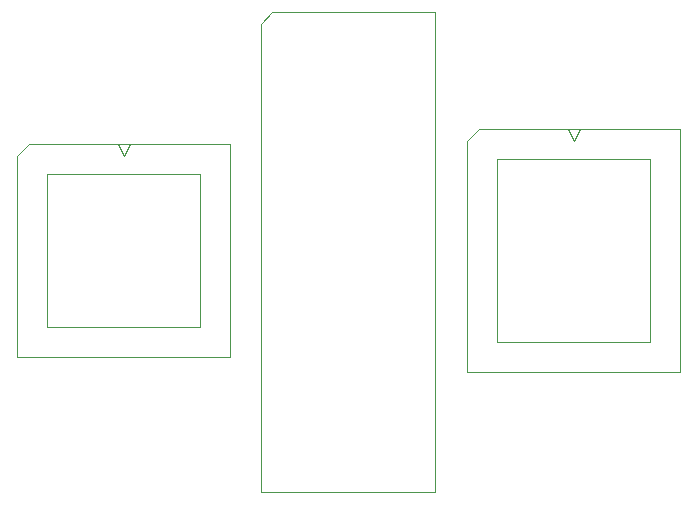
<source format=gbr>
G04 #@! TF.GenerationSoftware,KiCad,Pcbnew,5.1.7-a382d34a8~88~ubuntu20.04.1*
G04 #@! TF.CreationDate,2021-03-27T06:24:58-07:00*
G04 #@! TF.ProjectId,galep4-plcc-28,67616c65-7034-42d7-906c-63632d32382e,Mar2021*
G04 #@! TF.SameCoordinates,Original*
G04 #@! TF.FileFunction,Other,Fab,Top*
%FSLAX46Y46*%
G04 Gerber Fmt 4.6, Leading zero omitted, Abs format (unit mm)*
G04 Created by KiCad (PCBNEW 5.1.7-a382d34a8~88~ubuntu20.04.1) date 2021-03-27 06:24:58*
%MOMM*%
%LPD*%
G01*
G04 APERTURE LIST*
%ADD10C,0.100000*%
G04 APERTURE END LIST*
D10*
G04 #@! TO.C,U3*
X165253000Y-78110000D02*
X166253000Y-77110000D01*
X165253000Y-117750000D02*
X165253000Y-78110000D01*
X179983000Y-117750000D02*
X165253000Y-117750000D01*
X179983000Y-77110000D02*
X179983000Y-117750000D01*
X166253000Y-77110000D02*
X179983000Y-77110000D01*
G04 #@! TO.C,U2*
X191770000Y-87982000D02*
X192270000Y-86982000D01*
X191270000Y-86982000D02*
X191770000Y-87982000D01*
X198255000Y-89522000D02*
X185285000Y-89522000D01*
X198255000Y-105042000D02*
X198255000Y-89522000D01*
X185285000Y-105042000D02*
X198255000Y-105042000D01*
X185285000Y-89522000D02*
X185285000Y-105042000D01*
X200795000Y-86982000D02*
X183745000Y-86982000D01*
X200795000Y-107582000D02*
X200795000Y-86982000D01*
X182745000Y-107582000D02*
X200795000Y-107582000D01*
X182745000Y-87982000D02*
X182745000Y-107582000D01*
X183745000Y-86982000D02*
X182745000Y-87982000D01*
G04 #@! TO.C,U1*
X145645000Y-88257000D02*
X144645000Y-89257000D01*
X144645000Y-89257000D02*
X144645000Y-106307000D01*
X144645000Y-106307000D02*
X162695000Y-106307000D01*
X162695000Y-106307000D02*
X162695000Y-88257000D01*
X162695000Y-88257000D02*
X145645000Y-88257000D01*
X147185000Y-90797000D02*
X147185000Y-103767000D01*
X147185000Y-103767000D02*
X160155000Y-103767000D01*
X160155000Y-103767000D02*
X160155000Y-90797000D01*
X160155000Y-90797000D02*
X147185000Y-90797000D01*
X153170000Y-88257000D02*
X153670000Y-89257000D01*
X153670000Y-89257000D02*
X154170000Y-88257000D01*
G04 #@! TD*
M02*

</source>
